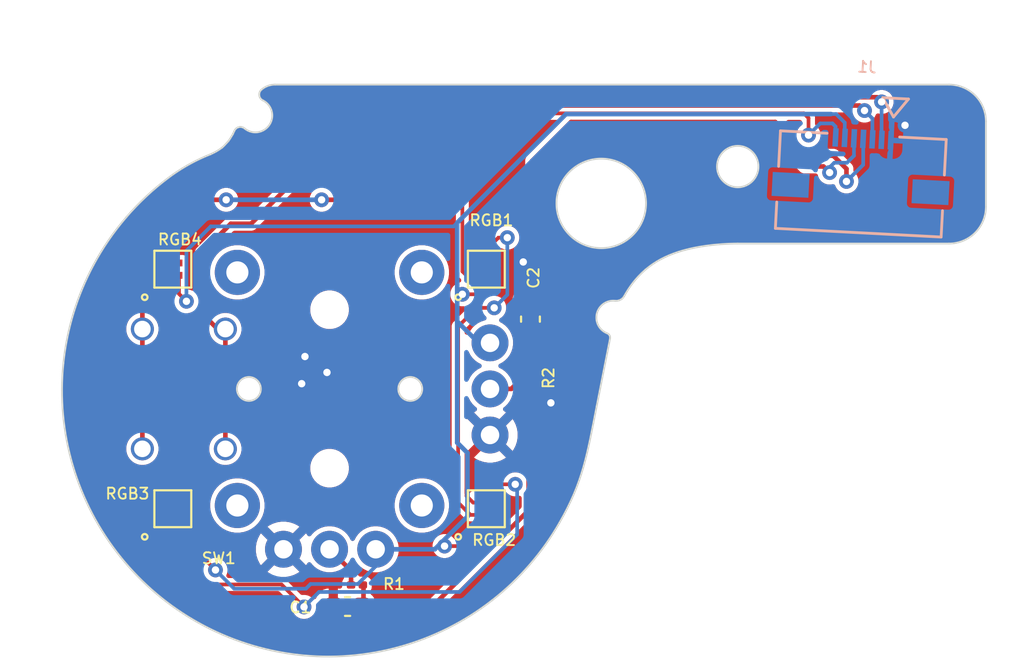
<source format=kicad_pcb>
(kicad_pcb (version 20241229) (generator "pcbnew") (generator_version "9.0")
  (title_block (title "GC Ultimate C Stick R5") (date "2025-07-18") (company "Hand Held Legend, LLC") (comment 1 "Mitchell Cairns"))
  (layers (0 "F.Cu" signal) (2 "B.Cu" signal) (13 "F.Paste" user) (15 "B.Paste" user) (5 "F.SilkS" user "F.Silkscreen") (7 "B.SilkS" user "B.Silkscreen") (1 "F.Mask" user) (3 "B.Mask" user) (25 "Edge.Cuts" user))
  (net 0 "")
  (net 1 "GND")
  (net 2 "RS_B_IN")
  (net 3 "RS_B_OUT")
  (net 4 "RY")
  (net 5 "RX")
  (net 6 "+3V3")
  (net 7 "Net-(SW1-X_OUT)")
  (net 8 "Net-(SW1-Y_OUT)")
  (net 9 "RGB_IN")
  (net 10 "Net-(RGB1-DOUT)")
  (net 11 "Net-(RGB2-DOUT)")
  (net 12 "Net-(RGB3-DOUT)")
  (net 13 "RGB_OUT")
  (footprint "hhl:SK6805-EC-10" (layer "F.Cu") (at 50.925 30.996718)
    (property "Reference" "RGB4" (at 0.383 -1.608918 0) (layer "F.SilkS") (effects (font (size 0.6 0.6) (thickness 0.1))))
    (property "Value" "SK6805-EC-10" (hide yes))
    (fp_line (start -1 -1) (end 1 -1) (stroke (width 0.12)) (layer "F.SilkS"))
    (fp_line (start -1 1) (end -1 -1) (stroke (width 0.12)) (layer "F.SilkS"))
    (fp_line (start 1 -1) (end 1 1) (stroke (width 0.12)) (layer "F.SilkS"))
    (fp_line (start 1 1) (end -1 1) (stroke (width 0.12)) (layer "F.SilkS"))
    (fp_circle (center -1.524 1.524) (end -1.426065 1.639896) (stroke (width 0.12)) (fill no) (layer "F.SilkS"))
    (pad "1" smd rect (at -0.335 0.335) (size 0.37 0.37) (layers "F.Cu" "F.Mask" "F.Paste") (net 12 "Net-(RGB3-DOUT)"))
    (pad "2" smd rect (at 0.335 0.335) (size 0.37 0.37) (layers "F.Cu" "F.Mask" "F.Paste") (net 6 "+3V3"))
    (pad "3" smd rect (at 0.335 -0.335) (size 0.37 0.37) (layers "F.Cu" "F.Mask" "F.Paste") (net 13 "RGB_OUT"))
    (pad "4" smd rect (at -0.335 -0.335) (size 0.37 0.37) (layers "F.Cu" "F.Mask" "F.Paste") (net 1 "GND"))
  )
  (footprint "hhl:SK6805-EC-10" (layer "F.Cu") (at 50.925 43.996718)
    (property "Reference" "RGB3" (at -2.4618 -0.816718 0) (layer "F.SilkS") (effects (font (size 0.6 0.6) (thickness 0.1))))
    (property "Value" "SK6805-EC-10" (hide yes))
    (fp_line (start -1 -1) (end 1 -1) (stroke (width 0.12)) (layer "F.SilkS"))
    (fp_line (start -1 1) (end -1 -1) (stroke (width 0.12)) (layer "F.SilkS"))
    (fp_line (start 1 -1) (end 1 1) (stroke (width 0.12)) (layer "F.SilkS"))
    (fp_line (start 1 1) (end -1 1) (stroke (width 0.12)) (layer "F.SilkS"))
    (fp_circle (center -1.524 1.524) (end -1.426065 1.639896) (stroke (width 0.12)) (fill no) (layer "F.SilkS"))
    (pad "1" smd rect (at -0.335 0.335) (size 0.37 0.37) (layers "F.Cu" "F.Mask" "F.Paste") (net 11 "Net-(RGB2-DOUT)"))
    (pad "2" smd rect (at 0.335 0.335) (size 0.37 0.37) (layers "F.Cu" "F.Mask" "F.Paste") (net 6 "+3V3"))
    (pad "3" smd rect (at 0.335 -0.335) (size 0.37 0.37) (layers "F.Cu" "F.Mask" "F.Paste") (net 12 "Net-(RGB3-DOUT)"))
    (pad "4" smd rect (at -0.335 -0.335) (size 0.37 0.37) (layers "F.Cu" "F.Mask" "F.Paste") (net 1 "GND"))
  )
  (footprint "hhl:SK6805-EC-10" (layer "F.Cu") (at 67.925 30.996718)
    (property "Reference" "RGB1" (at 0.274 -2.650318 0) (layer "F.SilkS") (effects (font (size 0.6 0.6) (thickness 0.1))))
    (property "Value" "SK6805-EC-10" (hide yes))
    (fp_line (start -1 -1) (end 1 -1) (stroke (width 0.12)) (layer "F.SilkS"))
    (fp_line (start -1 1) (end -1 -1) (stroke (width 0.12)) (layer "F.SilkS"))
    (fp_line (start 1 -1) (end 1 1) (stroke (width 0.12)) (layer "F.SilkS"))
    (fp_line (start 1 1) (end -1 1) (stroke (width 0.12)) (layer "F.SilkS"))
    (fp_circle (center -1.524 1.524) (end -1.426065 1.639896) (stroke (width 0.12)) (fill no) (layer "F.SilkS"))
    (pad "1" smd rect (at -0.335 0.335) (size 0.37 0.37) (layers "F.Cu" "F.Mask" "F.Paste") (net 9 "RGB_IN"))
    (pad "2" smd rect (at 0.335 0.335) (size 0.37 0.37) (layers "F.Cu" "F.Mask" "F.Paste") (net 6 "+3V3"))
    (pad "3" smd rect (at 0.335 -0.335) (size 0.37 0.37) (layers "F.Cu" "F.Mask" "F.Paste") (net 10 "Net-(RGB1-DOUT)"))
    (pad "4" smd rect (at -0.335 -0.335) (size 0.37 0.37) (layers "F.Cu" "F.Mask" "F.Paste") (net 1 "GND"))
  )
  (footprint "Capacitor_SMD:C_0603_1608Metric" (layer "F.Cu") (at 60.4012 49.3014)
    (property "Reference" "C1" (at -2.5654 0.0508 0) (layer "F.SilkS") (effects (font (size 0.6 0.6) (thickness 0.1))))
    (property "Value" "47nF")
    (fp_line (start -0.14058 -0.51) (end 0.14058 -0.51) (stroke (width 0.12)) (layer "F.SilkS"))
    (fp_line (start -0.14058 0.51) (end 0.14058 0.51) (stroke (width 0.12)) (layer "F.SilkS"))
    (pad "1" smd roundrect (at -0.775 0) (size 0.9 0.95) (layers "F.Cu" "F.Mask" "F.Paste") (net 1 "GND"))
    (pad "2" smd roundrect (at 0.775 0) (size 0.9 0.95) (layers "F.Cu" "F.Mask" "F.Paste") (net 5 "RX"))
  )
  (footprint "Resistor_SMD:R_0201_0603Metric" (layer "F.Cu") (at 60.9092 48.133)
    (property "Reference" "R1" (at 2.0066 -0.0508 0) (layer "F.SilkS") (effects (font (size 0.6 0.6) (thickness 0.1))))
    (property "Value" "1k" (hide yes))
    (pad "1" smd roundrect (at -0.32 0) (size 0.46 0.4) (layers "F.Cu" "F.Mask") (net 7 "Net-(SW1-X_OUT)"))
    (pad "2" smd roundrect (at 0.32 0) (size 0.46 0.4) (layers "F.Cu" "F.Mask") (net 5 "RX"))
  )
  (footprint "hhl:GL1807SYAE" (layer "F.Cu") (at 59.425 37.496718)
    (property "Reference" "SW1" (at -6.0088 9.188482 0) (layer "F.SilkS") (effects (font (size 0.6 0.6) (thickness 0.1))))
    (property "Value" "GL18_SW")
    (pad "" thru_hole circle (at -5 -6.325) (size 2.45 2.45) (drill 1.2) (layers "*.Cu" "*.Mask"))
    (pad "" thru_hole circle (at -5 6.325) (size 2.45 2.45) (drill 1.2) (layers "*.Cu" "*.Mask"))
    (pad "" np_thru_hole circle (at 0 -4.3) (size 1.6 1.6) (drill 1.6) (layers "*.Cu" "*.Mask"))
    (pad "" np_thru_hole circle (at 0 4.3) (size 1.6 1.6) (drill 1.6) (layers "*.Cu" "*.Mask"))
    (pad "" thru_hole circle (at 5 -6.325) (size 2.45 2.45) (drill 1.2) (layers "*.Cu" "*.Mask"))
    (pad "" thru_hole circle (at 5 6.325) (size 2.45 2.45) (drill 1.2) (layers "*.Cu" "*.Mask"))
    (pad "S1" thru_hole circle (at -5.65 -3.25) (size 1.25 1.25) (drill 0.9) (layers "*.Cu" "*.Mask") (net 3 "RS_B_OUT"))
    (pad "S2" thru_hole circle (at -5.65 3.25) (size 1.25 1.25) (drill 0.9) (layers "*.Cu" "*.Mask") (net 3 "RS_B_OUT"))
    (pad "S3" thru_hole circle (at -10.15 -3.25) (size 1.25 1.25) (drill 0.9) (layers "*.Cu" "*.Mask") (net 2 "RS_B_IN"))
    (pad "S4" thru_hole circle (at -10.15 3.25) (size 1.25 1.25) (drill 0.9) (layers "*.Cu" "*.Mask") (net 2 "RS_B_IN"))
    (pad "X1" thru_hole circle (at -2.5 8.7) (size 2 2) (drill 1) (layers "*.Cu" "*.Mask") (net 1 "GND"))
    (pad "X2" thru_hole circle (at 0 8.7) (size 2 2) (drill 1) (layers "*.Cu" "*.Mask") (net 7 "Net-(SW1-X_OUT)"))
    (pad "X3" thru_hole circle (at 2.5 8.7) (size 2 2) (drill 1) (layers "*.Cu" "*.Mask") (net 6 "+3V3"))
    (pad "Y1" thru_hole circle (at 8.7 2.5) (size 2 2) (drill 1) (layers "*.Cu" "*.Mask") (net 1 "GND"))
    (pad "Y2" thru_hole circle (at 8.7 0) (size 2 2) (drill 1) (layers "*.Cu" "*.Mask") (net 8 "Net-(SW1-Y_OUT)"))
    (pad "Y3" thru_hole circle (at 8.7 -2.5) (size 2 2) (drill 1) (layers "*.Cu" "*.Mask") (net 6 "+3V3"))
  )
  (footprint "Capacitor_SMD:C_0603_1608Metric" (layer "F.Cu") (at 70.3178 33.7082 -90)
    (property "Reference" "C2" (at -2.2376 -0.1672 270) (layer "F.SilkS") (effects (font (size 0.6 0.6) (thickness 0.1))))
    (property "Value" "47nF")
    (fp_line (start -0.14058 0.51) (end 0.14058 0.51) (stroke (width 0.12)) (layer "F.SilkS"))
    (fp_line (start -0.14058 -0.51) (end 0.14058 -0.51) (stroke (width 0.12)) (layer "F.SilkS"))
    (pad "1" smd roundrect (at -0.775 0 270) (size 0.9 0.95) (layers "F.Cu" "F.Mask" "F.Paste") (net 1 "GND"))
    (pad "2" smd roundrect (at 0.775 0 270) (size 0.9 0.95) (layers "F.Cu" "F.Mask" "F.Paste") (net 4 "RY"))
  )
  (footprint "hhl:SK6805-EC-10" (layer "F.Cu") (at 67.925 43.996718)
    (property "Reference" "RGB2" (at 0.4264 1.697882 0) (layer "F.SilkS") (effects (font (size 0.6 0.6) (thickness 0.1))))
    (property "Value" "SK6805-EC-10" (hide yes))
    (fp_line (start -1 -1) (end 1 -1) (stroke (width 0.12)) (layer "F.SilkS"))
    (fp_line (start -1 1) (end -1 -1) (stroke (width 0.12)) (layer "F.SilkS"))
    (fp_line (start 1 -1) (end 1 1) (stroke (width 0.12)) (layer "F.SilkS"))
    (fp_line (start 1 1) (end -1 1) (stroke (width 0.12)) (layer "F.SilkS"))
    (fp_circle (center -1.524 1.524) (end -1.426065 1.639896) (stroke (width 0.12)) (fill no) (layer "F.SilkS"))
    (pad "1" smd rect (at -0.335 0.335) (size 0.37 0.37) (layers "F.Cu" "F.Mask" "F.Paste") (net 10 "Net-(RGB1-DOUT)"))
    (pad "2" smd rect (at 0.335 0.335) (size 0.37 0.37) (layers "F.Cu" "F.Mask" "F.Paste") (net 6 "+3V3"))
    (pad "3" smd rect (at 0.335 -0.335) (size 0.37 0.37) (layers "F.Cu" "F.Mask" "F.Paste") (net 11 "Net-(RGB2-DOUT)"))
    (pad "4" smd rect (at -0.335 -0.335) (size 0.37 0.37) (layers "F.Cu" "F.Mask" "F.Paste") (net 1 "GND"))
  )
  (footprint "Resistor_SMD:R_0201_0603Metric" (layer "F.Cu") (at 70.0532 36.3982 90)
    (property "Reference" "R2" (at -0.508 1.2446 270) (layer "F.SilkS") (effects (font (size 0.6 0.6) (thickness 0.1))))
    (property "Value" "1k" (hide yes))
    (pad "1" smd roundrect (at -0.32 0 90) (size 0.46 0.4) (layers "F.Cu" "F.Mask") (net 8 "Net-(SW1-Y_OUT)"))
    (pad "2" smd roundrect (at 0.32 0 90) (size 0.46 0.4) (layers "F.Cu" "F.Mask") (net 4 "RY"))
  )
  (footprint "hhl:CON_5051100792_MOL" (layer "B.Cu") (at 88.230346 26.371906 177)
    (property "Reference" "J1" (at 0 6.35 357) (layer "B.SilkS") (effects (font (size 0.6 0.6) (thickness 0.1)) (justify mirror)))
    (property "Value" "Molex 5051100792")
    (fp_line (start 4.499991 -2.65) (end 4.499991 -1.220039) (stroke (width 0.1524)) (layer "B.SilkS"))
    (fp_line (start 4.499991 0.72004) (end 4.499991 2.65) (stroke (width 0.1524)) (layer "B.SilkS"))
    (fp_line (start 4.499991 2.65) (end 1.97004 2.65) (stroke (width 0.1524)) (layer "B.SilkS"))
    (fp_line (start -0.943991 4.736) (end -1.578991 3.72) (stroke (width 0.1524)) (layer "B.SilkS"))
    (fp_line (start -1.97004 2.65) (end -4.499991 2.65) (stroke (width 0.1524)) (layer "B.SilkS"))
    (fp_line (start -2.340991 4.736) (end -0.943991 4.736) (stroke (width 0.1524)) (layer "B.SilkS"))
    (fp_line (start -2.340991 4.736) (end -1.578991 3.72) (stroke (width 0.1524)) (layer "B.SilkS"))
    (fp_line (start -4.499991 -2.65) (end 4.499991 -2.65) (stroke (width 0.1524)) (layer "B.SilkS"))
    (fp_line (start -4.499991 -1.220039) (end -4.499991 -2.65) (stroke (width 0.1524)) (layer "B.SilkS"))
    (fp_line (start -4.499991 2.65) (end -4.499991 0.72004) (stroke (width 0.1524)) (layer "B.SilkS"))
    (pad "1" smd rect (at -1.5 2.45 177) (size 0.3 1) (layers "B.Cu" "B.Mask" "B.Paste") (net 1 "GND"))
    (pad "2" smd rect (at -1.000001 2.45 177) (size 0.3 1) (layers "B.Cu" "B.Mask" "B.Paste") (net 3 "RS_B_OUT"))
    (pad "3" smd rect (at -0.499999 2.45 177) (size 0.3 1) (layers "B.Cu" "B.Mask" "B.Paste") (net 2 "RS_B_IN"))
    (pad "4" smd rect (at 0 2.45 177) (size 0.3 1) (layers "B.Cu" "B.Mask" "B.Paste") (net 4 "RY"))
    (pad "5" smd rect (at 0.499999 2.45 177) (size 0.3 1) (layers "B.Cu" "B.Mask" "B.Paste") (net 5 "RX"))
    (pad "6" smd rect (at 1.000001 2.45 177) (size 0.3 1) (layers "B.Cu" "B.Mask" "B.Paste") (net 6 "+3V3"))
    (pad "7" smd rect (at 1.5 2.45 177) (size 0.3 1) (layers "B.Cu" "B.Mask" "B.Paste") (net 9 "RGB_IN"))
    (pad "P1" smd rect (at -3.799997 -0.249999 177) (size 2 1.3) (layers "B.Cu" "B.Mask" "B.Paste"))
    (pad "P2" smd rect (at 3.799997 -0.249999 177) (size 2 1.3) (layers "B.Cu" "B.Mask" "B.Paste"))
  )
  (gr_curve (pts (xy 48.400516 28.182021) (xy 47.716668 28.978214) (xy 47.121687 29.846643) (xy 46.626171 30.771872)) (stroke (width 0.1)) (layer "Edge.Cuts"))
  (gr_curve (pts (xy 74.634312 34.684026) (xy 74.637266 34.709686) (xy 74.636225 34.735649) (xy 74.631227 34.760991)) (stroke (width 0.1)) (layer "Edge.Cuts"))
  (gr_curve (pts (xy 76.55161 31.022024) (xy 77.058779 30.590204) (xy 77.650145 30.277736) (xy 78.343689 30.055544)) (stroke (width 0.1)) (layer "Edge.Cuts"))
  (gr_arc (start 55.735495 21.255652) (mid 56.07954 21.054304) (end 56.47198 20.984311) (stroke (width 0.1)) (layer "Edge.Cuts"))
  (gr_curve (pts (xy 73.905581 38.440104) (xy 74.147463 37.213733) (xy 74.389345 35.987362) (xy 74.631227 34.760991)) (stroke (width 0.1)) (layer "Edge.Cuts"))
  (gr_curve (pts (xy 74.613821 34.609776) (xy 74.624446 34.633318) (xy 74.631359 34.658366) (xy 74.634312 34.684026)) (stroke (width 0.1)) (layer "Edge.Cuts"))
  (gr_curve (pts (xy 45.504584 41.658188) (xy 46.0355 43.460594) (xy 46.91348 45.14212) (xy 48.088946 46.608226)) (stroke (width 0.1)) (layer "Edge.Cuts"))
  (gr_arc (start 74.475894 34.479354) (mid 73.91491 33.406501) (end 74.906801 32.712334) (stroke (width 0.1)) (layer "Edge.Cuts"))
  (gr_curve (pts (xy 57.675374 51.918106) (xy 59.540963 52.136807) (xy 61.431401 51.989529) (xy 63.240635 51.484442)) (stroke (width 0.1)) (layer "Edge.Cuts"))
  (gr_curve (pts (xy 52.35793 50.207191) (xy 54.002164 51.118099) (xy 55.808496 51.699254) (xy 57.675374 51.918106)) (stroke (width 0.1)) (layer "Edge.Cuts"))
  (gr_arc (start 55.807641 21.835833) (mid 56.169606 23.159349) (end 54.812325 23.360592) (stroke (width 0.1)) (layer "Edge.Cuts"))
  (gr_curve (pts (xy 78.343689 30.055544) (xy 79.655438 29.635297) (xy 81.117551 29.606427) (xy 81.557069 29.606427)) (stroke (width 0.1)) (layer "Edge.Cuts"))
  (gr_curve (pts (xy 54.341635 23.379484) (xy 54.374089 23.347486) (xy 54.412482 23.322134) (xy 54.454654 23.304853)) (stroke (width 0.1)) (layer "Edge.Cuts"))
  (gr_curve (pts (xy 54.26541 23.491434) (xy 54.283287 23.449511) (xy 54.309181 23.411481) (xy 54.341635 23.379484)) (stroke (width 0.1)) (layer "Edge.Cuts"))
  (gr_curve (pts (xy 44.992782 36.105071) (xy 44.800461 37.971809) (xy 44.974348 39.858092) (xy 45.504584 41.658188)) (stroke (width 0.1)) (layer "Edge.Cuts"))
  (gr_circle (center 63.8 37.496718) (end 63.15 37.496718) (stroke (width 0.1)) (fill no) (layer "Edge.Cuts"))
  (gr_curve (pts (xy 46.626171 30.771872) (xy 45.740091 32.426365) (xy 45.185127 34.238093) (xy 44.992782 36.105071)) (stroke (width 0.1)) (layer "Edge.Cuts"))
  (gr_arc (start 50.69138 26.038222) (mid 51.7906 25.3238) (end 52.975406 24.762624) (stroke (width 0.1)) (layer "Edge.Cuts"))
  (gr_curve (pts (xy 74.557718 34.530965) (xy 74.581371 34.553331) (xy 74.60043 34.580104) (xy 74.613821 34.609776)) (stroke (width 0.1)) (layer "Edge.Cuts"))
  (gr_circle (center 55.05 37.496718) (end 54.4 37.496718) (stroke (width 0.1)) (fill no) (layer "Edge.Cuts"))
  (gr_curve (pts (xy 50.69138 26.038222) (xy 49.852102 26.667448) (xy 49.083938 27.386324) (xy 48.400516 28.182021)) (stroke (width 0.1)) (layer "Edge.Cuts"))
  (gr_line (start 81.557069 29.606427) (end 93.01321 29.606427) (stroke (width 0.1)) (layer "Edge.Cuts"))
  (gr_circle (center 74.155526 27.427933) (end 71.725526 27.427933) (stroke (width 0.1)) (fill no) (layer "Edge.Cuts"))
  (gr_curve (pts (xy 71.893 44.746883) (xy 73.164844 42.52363) (xy 73.381285 41.098347) (xy 73.905581 38.440104)) (stroke (width 0.1)) (layer "Edge.Cuts"))
  (gr_arc (start 55.807641 21.835833) (mid 55.615245 21.565181) (end 55.735495 21.255652) (stroke (width 0.1)) (layer "Edge.Cuts"))
  (gr_line (start 93.01321 20.984311) (end 56.47198 20.984311) (stroke (width 0.1)) (layer "Edge.Cuts"))
  (gr_curve (pts (xy 63.240635 51.484442) (xy 65.052793 50.978539) (xy 66.748941 50.123371) (xy 68.233361 48.967083)) (stroke (width 0.1)) (layer "Edge.Cuts"))
  (gr_curve (pts (xy 75.398462 32.459074) (xy 75.660641 31.989374) (xy 76.014221 31.479576) (xy 76.55161 31.022024)) (stroke (width 0.1)) (layer "Edge.Cuts"))
  (gr_curve (pts (xy 48.088946 46.608226) (xy 49.264157 48.074012) (xy 50.714327 49.296632) (xy 52.35793 50.207191)) (stroke (width 0.1)) (layer "Edge.Cuts"))
  (gr_curve (pts (xy 54.26541 23.491434) (xy 54.238587 23.55434) (xy 54.210231 23.615199) (xy 54.180396 23.674113)) (stroke (width 0.1)) (layer "Edge.Cuts"))
  (gr_curve (pts (xy 75.273254 32.60658) (xy 75.222314 32.647126) (xy 75.163941 32.677336) (xy 75.10142 32.695507)) (stroke (width 0.1)) (layer "Edge.Cuts"))
  (gr_curve (pts (xy 68.233361 48.967083) (xy 69.716101 47.812105) (xy 70.959627 46.378471) (xy 71.893 44.746883)) (stroke (width 0.1)) (layer "Edge.Cuts"))
  (gr_curve (pts (xy 54.454654 23.304853) (xy 54.496826 23.287573) (xy 54.541971 23.278694) (xy 54.587546 23.278718)) (stroke (width 0.1)) (layer "Edge.Cuts"))
  (gr_arc (start 93.01321 20.984311) (mid 94.427424 21.570097) (end 95.01321 22.984311) (stroke (width 0.1)) (layer "Edge.Cuts"))
  (gr_arc (start 95.01321 27.606427) (mid 94.427424 29.020641) (end 93.01321 29.606427) (stroke (width 0.1)) (layer "Edge.Cuts"))
  (gr_circle (center 81.557069 25.429578) (end 80.432069 25.429578) (stroke (width 0.1)) (fill no) (layer "Edge.Cuts"))
  (gr_line (start 95.01321 27.606427) (end 95.01321 22.984311) (stroke (width 0.1)) (layer "Edge.Cuts"))
  (gr_curve (pts (xy 75.398462 32.459074) (xy 75.366729 32.515924) (xy 75.324195 32.566033) (xy 75.273254 32.60658)) (stroke (width 0.1)) (layer "Edge.Cuts"))
  (gr_curve (pts (xy 53.597433 24.402402) (xy 53.351514 24.577446) (xy 53.264088 24.630258) (xy 52.975406 24.762624)) (stroke (width 0.1)) (layer "Edge.Cuts"))
  (gr_curve (pts (xy 54.587546 23.278718) (xy 54.62834 23.27874) (xy 54.668817 23.285893) (xy 54.707148 23.299854)) (stroke (width 0.1)) (layer "Edge.Cuts"))
  (gr_curve (pts (xy 54.180396 23.674113) (xy 54.062974 23.877066) (xy 54.00573 23.962911) (xy 53.94489 24.044365)) (stroke (width 0.1)) (layer "Edge.Cuts"))
  (gr_curve (pts (xy 74.475894 34.479354) (xy 74.506268 34.491066) (xy 74.534064 34.508598) (xy 74.557718 34.530965)) (stroke (width 0.1)) (layer "Edge.Cuts"))
  (gr_curve (pts (xy 54.707148 23.299854) (xy 54.745478 23.313816) (xy 54.781074 23.334371) (xy 54.812325 23.360592)) (stroke (width 0.1)) (layer "Edge.Cuts"))
  (gr_curve (pts (xy 53.94489 24.044365) (xy 53.744444 24.268097) (xy 53.67279 24.337243) (xy 53.597433 24.402402)) (stroke (width 0.1)) (layer "Edge.Cuts"))
  (gr_curve (pts (xy 75.10142 32.695507) (xy 75.038286 32.713857) (xy 74.972148 32.719575) (xy 74.906801 32.712334)) (stroke (width 0.1)) (layer "Edge.Cuts"))
  (segment (start 67.59 43.661718) (end 67.207518 43.661718) (width 0.2) (layer "F.Cu") (net 1))
  (segment (start 67.59 30.661718) (end 67.318112 30.661718) (width 0.2) (layer "F.Cu") (net 1))
  (segment (start 67.207518 43.661718) (end 66.9798 43.434) (width 0.2) (layer "F.Cu") (net 1))
  (segment (start 57.056318 46.596718) (end 56.9178 46.4582) (width 0.25) (layer "F.Cu") (net 1))
  (segment (start 67.318112 30.661718) (end 67.0814 30.425006) (width 0.2) (layer "F.Cu") (net 1))
  (segment (start 66.8528 43.307) (end 66.8528 42.926) (width 0.2) (layer "F.Cu") (net 1))
  (segment (start 66.9798 43.434) (end 66.8528 43.307) (width 0.2) (layer "F.Cu") (net 1))
  (segment (start 67.0814 30.425006) (end 67.0814 29.718) (width 0.2) (layer "F.Cu") (net 1))
  (via (at 90.6272 23.1902) (size 0.8) (drill 0.4) (layers "F.Cu" "B.Cu") (net 1))
  (via (at 71.4248 38.2524) (size 0.8) (drill 0.4) (layers "F.Cu" "B.Cu") (net 1))
  (via (at 58.0898 35.7378) (size 0.8) (drill 0.4) (layers "F.Cu" "B.Cu") (net 1))
  (via (at 69.9262 30.607) (size 0.8) (drill 0.4) (layers "F.Cu" "B.Cu") (net 1))
  (via (at 57.912 37.211) (size 0.8) (drill 0.4) (layers "F.Cu" "B.Cu") (net 1))
  (via (at 59.2836 36.6014) (size 0.8) (drill 0.4) (layers "F.Cu" "B.Cu") (net 1))
  (segment (start 57.179282 46.196718) (end 56.9178 46.4582) (width 0.25) (layer "B.Cu") (net 1))
  (segment (start 49.275 30.276) (end 49.275 34.246718) (width 0.25) (layer "F.Cu") (net 2))
  (segment (start 88.156731 22.1172) (end 69.7338 22.1172) (width 0.25) (layer "F.Cu") (net 2))
  (segment (start 53.8178 27.2332) (end 52.3178 27.2332) (width 0.25) (layer "F.Cu") (net 2))
  (segment (start 69.7338 22.1172) (end 64.6178 27.2332) (width 0.25) (layer "F.Cu") (net 2))
  (segment (start 88.430731 22.3912) (end 88.156731 22.1172) (width 0.25) (layer "F.Cu") (net 2))
  (segment (start 64.6178 27.2332) (end 58.9928 27.2332) (width 0.25) (layer "F.Cu") (net 2))
  (segment (start 49.275 34.246718) (end 49.275 40.746718) (width 0.25) (layer "F.Cu") (net 2))
  (segment (start 52.3178 27.2332) (end 49.275 30.276) (width 0.25) (layer "F.Cu") (net 2))
  (via (at 53.8178 27.2332) (size 0.8) (drill 0.4) (layers "F.Cu" "B.Cu") (net 2))
  (via (at 88.430731 22.3912) (size 0.8) (drill 0.4) (layers "F.Cu" "B.Cu") (net 2))
  (via (at 58.9928 27.2332) (size 0.8) (drill 0.4) (layers "F.Cu" "B.Cu") (net 2))
  (segment (start 88.857883 23.951432) (end 88.857883 22.818352) (width 0.2) (layer "B.Cu") (net 2))
  (segment (start 58.9928 27.2332) (end 53.8178 27.2332) (width 0.25) (layer "B.Cu") (net 2))
  (segment (start 88.857883 22.818352) (end 88.430731 22.3912) (width 0.2) (layer "B.Cu") (net 2))
  (segment (start 54.0676 28.5332) (end 52.5018 30.099) (width 0.25) (layer "F.Cu") (net 3))
  (segment (start 89.3572 21.9202) (end 89.1032 21.6662) (width 0.25) (layer "F.Cu") (net 3))
  (segment (start 89.1032 21.6662) (end 69.4598 21.6662) (width 0.25) (layer "F.Cu") (net 3))
  (segment (start 53.775 40.746718) (end 53.775 34.246718) (width 0.25) (layer "F.Cu") (net 3))
  (segment (start 52.5018 30.099) (end 52.5018 33.3922) (width 0.25) (layer "F.Cu") (net 3))
  (segment (start 69.4598 21.6662) (end 64.7928 26.3332) (width 0.25) (layer "F.Cu") (net 3))
  (segment (start 52.5018 33.3922) (end 53.356318 34.246718) (width 0.25) (layer "F.Cu") (net 3))
  (segment (start 55.1678 28.5332) (end 54.0676 28.5332) (width 0.25) (layer "F.Cu") (net 3))
  (segment (start 53.356318 34.246718) (end 53.775 34.246718) (width 0.25) (layer "F.Cu") (net 3))
  (segment (start 57.3678 26.3332) (end 55.1678 28.5332) (width 0.25) (layer "F.Cu") (net 3))
  (segment (start 64.7928 26.3332) (end 57.3678 26.3332) (width 0.25) (layer "F.Cu") (net 3))
  (via (at 89.3572 21.9202) (size 0.8) (drill 0.4) (layers "F.Cu" "B.Cu") (net 3))
  (segment (start 89.3572 23.9776) (end 89.3572 21.9202) (width 0.2) (layer "B.Cu") (net 3))
  (segment (start 89.3572 21.9202) (end 89.3572 21.8948) (width 0.2) (layer "B.Cu") (net 3))
  (segment (start 89.3572 21.8948) (end 89.5604 21.6916) (width 0.2) (layer "B.Cu") (net 3))
  (segment (start 87.4522 25.5524) (end 86.741 24.8412) (width 0.25) (layer "F.Cu") (net 4))
  (segment (start 86.741 24.8412) (end 85.4202 24.8412) (width 0.25) (layer "F.Cu") (net 4))
  (segment (start 83.5914 23.0124) (end 72.517 23.0124) (width 0.25) (layer "F.Cu") (net 4))
  (segment (start 70.3178 35.7332) (end 70.0532 35.9978) (width 0.25) (layer "F.Cu") (net 4))
  (segment (start 85.4202 24.8412) (end 83.5914 23.0124) (width 0.25) (layer "F.Cu") (net 4))
  (segment (start 70.0532 35.9978) (end 70.0532 36.0782) (width 0.25) (layer "F.Cu") (net 4))
  (segment (start 72.517 23.0124) (end 70.4088 25.1206) (width 0.25) (layer "F.Cu") (net 4))
  (segment (start 70.4088 25.1206) (end 70.4088 29.9992) (width 0.25) (layer "F.Cu") (net 4))
  (segment (start 70.3178 34.5707) (end 70.3178 35.7332) (width 0.25) (layer "F.Cu") (net 4))
  (segment (start 70.9053 34.5707) (end 70.3178 34.5707) (width 0.25) (layer "F.Cu") (net 4))
  (segment (start 87.4522 26.2382) (end 87.4522 25.5524) (width 0.25) (layer "F.Cu") (net 4))
  (segment (start 70.4088 29.9992) (end 71.9928 31.5832) (width 0.25) (layer "F.Cu") (net 4))
  (segment (start 71.9928 31.5832) (end 71.9928 33.4832) (width 0.25) (layer "F.Cu") (net 4))
  (segment (start 71.9928 33.4832) (end 70.9053 34.5707) (width 0.25) (layer "F.Cu") (net 4))
  (via (at 87.4522 26.2382) (size 0.8) (drill 0.4) (layers "F.Cu" "B.Cu") (net 4))
  (segment (start 87.4522 26.2382) (end 88.358569 25.331831) (width 0.2) (layer "B.Cu") (net 4))
  (segment (start 88.358569 25.331831) (end 88.358569 23.925264) (width 0.2) (layer "B.Cu") (net 4))
  (segment (start 61.2637 49.3014) (end 61.2637 48.1675) (width 0.25) (layer "F.Cu") (net 5))
  (segment (start 85.1916 25.4254) (end 83.2866 23.5204) (width 0.25) (layer "F.Cu") (net 5))
  (segment (start 86.5378 25.7556) (end 86.2076 25.4254) (width 0.25) (layer "F.Cu") (net 5))
  (segment (start 70.8914 29.8068) (end 72.39 31.3054) (width 0.25) (layer "F.Cu") (net 5))
  (segment (start 61.2637 48.1675) (end 61.2292 48.133) (width 0.25) (layer "F.Cu") (net 5))
  (segment (start 72.4438 33.67001) (end 72.39 33.72381) (width 0.25) (layer "F.Cu") (net 5))
  (segment (start 72.4438 31.39639) (end 72.4438 33.67001) (width 0.25) (layer "F.Cu") (net 5))
  (segment (start 72.39 31.3054) (end 72.39 31.34259) (width 0.25) (layer "F.Cu") (net 5))
  (segment (start 70.8914 25.4762) (end 70.8914 29.8068) (width 0.25) (layer "F.Cu") (net 5))
  (segment (start 64.9986 49.3014) (end 61.2637 49.3014) (width 0.25) (layer "F.Cu") (net 5))
  (segment (start 83.2866 23.5204) (end 72.8472 23.5204) (width 0.25) (layer "F.Cu") (net 5))
  (segment (start 72.39 33.72381) (end 72.39 38.686) (width 0.25) (layer "F.Cu") (net 5))
  (segment (start 86.2076 25.4254) (end 85.1916 25.4254) (width 0.25) (layer "F.Cu") (net 5))
  (segment (start 72.39 31.34259) (end 72.4438 31.39639) (width 0.25) (layer "F.Cu") (net 5))
  (segment (start 72.8472 23.5204) (end 70.8914 25.4762) (width 0.25) (layer "F.Cu") (net 5))
  (segment (start 70.2178 44.0822) (end 64.9986 49.3014) (width 0.25) (layer "F.Cu") (net 5))
  (segment (start 70.2178 40.8582) (end 70.2178 44.0822) (width 0.25) (layer "F.Cu") (net 5))
  (segment (start 72.39 38.686) (end 70.2178 40.8582) (width 0.25) (layer "F.Cu") (net 5))
  (via (at 86.5378 25.7556) (size 0.8) (drill 0.4) (layers "F.Cu" "B.Cu") (net 5))
  (segment (start 87.4776 25.2222) (end 87.859255 24.840545) (width 0.2) (layer "B.Cu") (net 5))
  (segment (start 87.859255 24.840545) (end 87.859255 23.899096) (width 0.2) (layer "B.Cu") (net 5))
  (segment (start 86.5378 25.7556) (end 86.5378 25.4762) (width 0.2) (layer "B.Cu") (net 5))
  (segment (start 86.7918 25.2222) (end 87.4776 25.2222) (width 0.2) (layer "B.Cu") (net 5))
  (segment (start 87.885223 23.928058) (end 87.837224 23.976057) (width 0.2) (layer "B.Cu") (net 5))
  (segment (start 86.5378 25.4762) (end 86.7918 25.2222) (width 0.2) (layer "B.Cu") (net 5))
  (segment (start 68.26 31.331718) (end 68.26 31.8668) (width 0.2) (layer "F.Cu") (net 6))
  (segment (start 51.26 32.337) (end 51.6636 32.7406) (width 0.2) (layer "F.Cu") (net 6))
  (segment (start 51.26 31.331718) (end 51.26 32.337) (width 0.2) (layer "F.Cu") (net 6))
  (segment (start 68.1482 31.9786) (end 67.7672 32.3596) (width 0.2) (layer "F.Cu") (net 6))
  (segment (start 67.0814 46.0248) (end 65.659 46.0248) (width 0.2) (layer "F.Cu") (net 6))
  (segment (start 68.26 31.8668) (end 68.1482 31.9786) (width 0.2) (layer "F.Cu") (net 6))
  (segment (start 67.6148 45.4914) (end 67.0814 46.0248) (width 0.2) (layer "F.Cu") (net 6))
  (segment (start 68.26 44.331718) (end 68.26 44.8462) (width 0.2) (layer "F.Cu") (net 6))
  (segment (start 68.26 44.8462) (end 67.6148 45.4914) (width 0.2) (layer "F.Cu") (net 6))
  (segment (start 51.26 45.3418) (end 53.2384 47.3202) (width 0.2) (layer "F.Cu") (net 6))
  (segment (start 51.26 44.331718) (end 51.26 45.3418) (width 0.2) (layer "F.Cu") (net 6))
  (segment (start 67.7672 32.3596) (end 66.6242 32.3596) (width 0.2) (layer "F.Cu") (net 6))
  (via (at 53.2384 47.3202) (size 0.8) (drill 0.4) (layers "F.Cu" "B.Cu") (net 6))
  (via (at 65.659 46.0248) (size 0.8) (drill 0.4) (layers "F.Cu" "B.Cu") (net 6))
  (via (at 66.6242 32.3596) (size 0.8) (drill 0.4) (layers "F.Cu" "B.Cu") (net 6))
  (via (at 51.6636 32.7406) (size 0.8) (drill 0.4) (layers "F.Cu" "B.Cu") (net 6))
  (segment (start 66.3448 28.4812) (end 66.3448 33.8328) (width 0.25) (layer "B.Cu") (net 6))
  (segment (start 51.6636 32.7406) (end 51.6636 29.9974) (width 0.2) (layer "B.Cu") (net 6))
  (segment (start 53.2384 47.3202) (end 54.2544 48.3362) (width 0.2) (layer "B.Cu") (net 6))
  (segment (start 52.9844 28.6766) (end 66.1494 28.6766) (width 0.2) (layer "B.Cu") (net 6))
  (segment (start 87.359939 23.047139) (end 86.8934 22.5806) (width 0.2) (layer "B.Cu") (net 6))
  (segment (start 68.125 34.996718) (end 67.508718 34.996718) (width 0.25) (layer "B.Cu") (net 6))
  (segment (start 58.3946 48.0822) (end 60.96 48.0822) (width 0.2) (layer "B.Cu") (net 6))
  (segment (start 66.5138 28.3122) (end 66.3448 28.4812) (width 0.25) (layer "B.Cu") (net 6))
  (segment (start 66.1494 28.6766) (end 66.5138 28.3122) (width 0.2) (layer "B.Cu") (net 6))
  (segment (start 51.6636 29.9974) (end 52.9844 28.6766) (width 0.2) (layer "B.Cu") (net 6))
  (segment (start 66.3448 40.4114) (end 66.9036 40.9702) (width 0.25) (layer "B.Cu") (net 6))
  (segment (start 58.1406 48.3362) (end 58.3946 48.0822) (width 0.2) (layer "B.Cu") (net 6))
  (segment (start 66.3448 33.8328) (end 66.3448 40.4114) (width 0.25) (layer "B.Cu") (net 6))
  (segment (start 86.8934 22.5806) (end 86.614846 22.5806) (width 0.2) (layer "B.Cu") (net 6))
  (segment (start 87.359939 23.872928) (end 87.359939 23.047139) (width 0.2) (layer "B.Cu") (net 6))
  (segment (start 66.9036 44.4224) (end 65.129282 46.196718) (width 0.25) (layer "B.Cu") (net 6))
  (segment (start 67.508718 34.996718) (end 66.3448 33.8328) (width 0.25) (layer "B.Cu") (net 6))
  (segment (start 66.9036 40.9702) (end 66.9036 44.4224) (width 0.25) (layer "B.Cu") (net 6))
  (segment (start 65.129282 46.196718) (end 61.925 46.196718) (width 0.25) (layer "B.Cu") (net 6))
  (segment (start 72.2454 22.5806) (end 66.5138 28.3122) (width 0.25) (layer "B.Cu") (net 6))
  (segment (start 86.614846 22.5806) (end 72.2454 22.5806) (width 0.25) (layer "B.Cu") (net 6))
  (segment (start 54.2544 48.3362) (end 58.1406 48.3362) (width 0.2) (layer "B.Cu") (net 6))
  (segment (start 60.96 48.0822) (end 61.925 47.1172) (width 0.2) (layer "B.Cu") (net 6))
  (segment (start 61.925 47.1172) (end 61.925 46.196718) (width 0.2) (layer "B.Cu") (net 6))
  (segment (start 59.425 46.196718) (end 60.5892 47.360918) (width 0.25) (layer "F.Cu") (net 7))
  (segment (start 60.5892 47.360918) (end 60.5892 48.133) (width 0.25) (layer "F.Cu") (net 7))
  (segment (start 68.125 37.496718) (end 69.274682 37.496718) (width 0.25) (layer "F.Cu") (net 8))
  (segment (start 69.274682 37.496718) (end 70.0532 36.7182) (width 0.25) (layer "F.Cu") (net 8))
  (segment (start 66.6242 26.543) (end 68.8848 24.2824) (width 0.2) (layer "F.Cu") (net 9))
  (segment (start 85.3948 22.7972) (end 85.3948 23.7236) (width 0.2) (layer "F.Cu") (net 9))
  (segment (start 67.59 31.331718) (end 66.840918 31.331718) (width 0.2) (layer "F.Cu") (net 9))
  (segment (start 66.840918 31.331718) (end 66.6242 31.115) (width 0.2) (layer "F.Cu") (net 9))
  (segment (start 66.6242 31.115) (end 66.6242 26.543) (width 0.2) (layer "F.Cu") (net 9))
  (segment (start 85.1408 22.5432) (end 85.3948 22.7972) (width 0.2) (layer "F.Cu") (net 9))
  (segment (start 68.8848 24.2824) (end 70.624 22.5432) (width 0.2) (layer "F.Cu") (net 9))
  (segment (start 70.624 22.5432) (end 85.1408 22.5432) (width 0.2) (layer "F.Cu") (net 9))
  (via (at 85.3948 23.7236) (size 0.8) (drill 0.4) (layers "F.Cu" "B.Cu") (net 9))
  (segment (start 85.3948 23.7236) (end 85.598 23.5204) (width 0.2) (layer "B.Cu") (net 9))
  (segment (start 86.860625 23.84676) (end 86.860625 23.259025) (width 0.2) (layer "B.Cu") (net 9))
  (segment (start 86.0298 23.0886) (end 86.6902 23.0886) (width 0.2) (layer "B.Cu") (net 9))
  (segment (start 86.0298 23.0886) (end 85.3948 23.7236) (width 0.2) (layer "B.Cu") (net 9))
  (segment (start 86.6902 23.0886) (end 86.860625 23.259025) (width 0.2) (layer "B.Cu") (net 9))
  (segment (start 67.59 44.331718) (end 67.064718 44.331718) (width 0.2) (layer "F.Cu") (net 10))
  (segment (start 69.0626 29.2862) (end 68.58 29.2862) (width 0.2) (layer "F.Cu") (net 10))
  (segment (start 67.4116 33.0962) (end 68.3514 33.0962) (width 0.2) (layer "F.Cu") (net 10))
  (segment (start 67.0052 33.5026) (end 67.4116 33.0962) (width 0.2) (layer "F.Cu") (net 10))
  (segment (start 66.3956 43.6626) (end 66.3956 41.3512) (width 0.2) (layer "F.Cu") (net 10))
  (segment (start 68.26 30.661718) (end 68.26 29.6062) (width 0.2) (layer "F.Cu") (net 10))
  (segment (start 66.802 44.069) (end 66.3956 43.6626) (width 0.2) (layer "F.Cu") (net 10))
  (segment (start 68.26 29.6062) (end 68.58 29.2862) (width 0.2) (layer "F.Cu") (net 10))
  (segment (start 67.064718 44.331718) (end 66.802 44.069) (width 0.2) (layer "F.Cu") (net 10))
  (segment (start 66.3956 34.1122) (end 67.0052 33.5026) (width 0.2) (layer "F.Cu") (net 10))
  (segment (start 66.3956 41.3512) (end 66.3956 34.1122) (width 0.2) (layer "F.Cu") (net 10))
  (via (at 69.0626 29.2862) (size 0.8) (drill 0.4) (layers "F.Cu" "B.Cu") (net 10))
  (via (at 68.3514 33.0962) (size 0.8) (drill 0.4) (layers "F.Cu" "B.Cu") (net 10))
  (segment (start 68.3514 33.0962) (end 69.0626 32.385) (width 0.2) (layer "B.Cu") (net 10))
  (segment (start 69.0626 32.385) (end 69.0626 29.2862) (width 0.2) (layer "B.Cu") (net 10))
  (segment (start 68.453 42.672) (end 68.26 42.865) (width 0.2) (layer "F.Cu") (net 11))
  (segment (start 50.59 45.8148) (end 50.59 44.331718) (width 0.2) (layer "F.Cu") (net 11))
  (segment (start 69.4928 42.672) (end 68.453 42.672) (width 0.2) (layer "F.Cu") (net 11))
  (segment (start 52.8828 48.1076) (end 50.59 45.8148) (width 0.2) (layer "F.Cu") (net 11))
  (segment (start 58.039 49.3268) (end 56.8198 48.1076) (width 0.2) (layer "F.Cu") (net 11))
  (segment (start 68.26 42.865) (end 68.26 43.661718) (width 0.2) (layer "F.Cu") (net 11))
  (segment (start 56.8198 48.1076) (end 52.8828 48.1076) (width 0.2) (layer "F.Cu") (net 11))
  (via (at 69.4928 42.672) (size 0.8) (drill 0.4) (layers "F.Cu" "B.Cu") (net 11))
  (via (at 58.039 49.3268) (size 0.8) (drill 0.4) (layers "F.Cu" "B.Cu") (net 11))
  (segment (start 66.4718 48.514) (end 58.8518 48.514) (width 0.2) (layer "B.Cu") (net 11))
  (segment (start 69.4928 42.672) (end 69.4928 42.899) (width 0.2) (layer "B.Cu") (net 11))
  (segment (start 58.8518 48.514) (end 58.039 49.3268) (width 0.2) (layer "B.Cu") (net 11))
  (segment (start 69.596 43.0022) (end 69.596 45.3898) (width 0.2) (layer "B.Cu") (net 11))
  (segment (start 69.596 45.3898) (end 66.4718 48.514) (width 0.2) (layer "B.Cu") (net 11))
  (segment (start 69.4928 42.899) (end 69.596 43.0022) (width 0.2) (layer "B.Cu") (net 11))
  (segment (start 51.26 43.661718) (end 51.26 33.734) (width 0.2) (layer "F.Cu") (net 12))
  (segment (start 51.26 33.734) (end 50.59 33.064) (width 0.2) (layer "F.Cu") (net 12))
  (segment (start 50.59 33.064) (end 50.59 31.331718) (width 0.2) (layer "F.Cu") (net 12))
  (zone (net 1) (net_name "GND") (layers "F.Cu" "B.Cu") (connect_pads (clearance 0.25)) (min_thickness 0.25) (fill yes (thermal_gap 0.5) (thermal_bridge_width 0.5) (island_removal_mode 1) (island_area_min 10))
    (polygon (pts (xy 42.926 17.1958) (xy 96.8756 17.1958) (xy 97.0788 52.6034) (xy 41.5544 51.8922)))
  )
)
</source>
